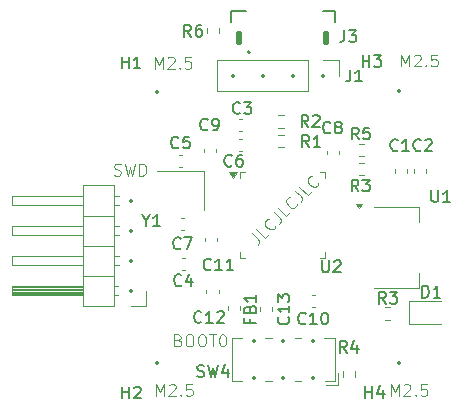
<source format=gto>
%TF.GenerationSoftware,KiCad,Pcbnew,8.0.5*%
%TF.CreationDate,2024-09-25T23:10:08-04:00*%
%TF.ProjectId,kryptkey,6b727970-746b-4657-992e-6b696361645f,v0.1*%
%TF.SameCoordinates,Original*%
%TF.FileFunction,Legend,Top*%
%TF.FilePolarity,Positive*%
%FSLAX46Y46*%
G04 Gerber Fmt 4.6, Leading zero omitted, Abs format (unit mm)*
G04 Created by KiCad (PCBNEW 8.0.5) date 2024-09-25 23:10:08*
%MOMM*%
%LPD*%
G01*
G04 APERTURE LIST*
%ADD10C,0.125000*%
%ADD11C,0.150000*%
%ADD12C,0.120000*%
%ADD13C,0.200000*%
%ADD14C,0.350000*%
%ADD15O,0.500000X1.300000*%
G04 APERTURE END LIST*
D10*
X118744711Y-57275499D02*
X118744711Y-56275499D01*
X118744711Y-56275499D02*
X119078044Y-56989784D01*
X119078044Y-56989784D02*
X119411377Y-56275499D01*
X119411377Y-56275499D02*
X119411377Y-57275499D01*
X119839949Y-56370737D02*
X119887568Y-56323118D01*
X119887568Y-56323118D02*
X119982806Y-56275499D01*
X119982806Y-56275499D02*
X120220901Y-56275499D01*
X120220901Y-56275499D02*
X120316139Y-56323118D01*
X120316139Y-56323118D02*
X120363758Y-56370737D01*
X120363758Y-56370737D02*
X120411377Y-56465975D01*
X120411377Y-56465975D02*
X120411377Y-56561213D01*
X120411377Y-56561213D02*
X120363758Y-56704070D01*
X120363758Y-56704070D02*
X119792330Y-57275499D01*
X119792330Y-57275499D02*
X120411377Y-57275499D01*
X120839949Y-57180260D02*
X120887568Y-57227880D01*
X120887568Y-57227880D02*
X120839949Y-57275499D01*
X120839949Y-57275499D02*
X120792330Y-57227880D01*
X120792330Y-57227880D02*
X120839949Y-57180260D01*
X120839949Y-57180260D02*
X120839949Y-57275499D01*
X121792329Y-56275499D02*
X121316139Y-56275499D01*
X121316139Y-56275499D02*
X121268520Y-56751689D01*
X121268520Y-56751689D02*
X121316139Y-56704070D01*
X121316139Y-56704070D02*
X121411377Y-56656451D01*
X121411377Y-56656451D02*
X121649472Y-56656451D01*
X121649472Y-56656451D02*
X121744710Y-56704070D01*
X121744710Y-56704070D02*
X121792329Y-56751689D01*
X121792329Y-56751689D02*
X121839948Y-56846927D01*
X121839948Y-56846927D02*
X121839948Y-57085022D01*
X121839948Y-57085022D02*
X121792329Y-57180260D01*
X121792329Y-57180260D02*
X121744710Y-57227880D01*
X121744710Y-57227880D02*
X121649472Y-57275499D01*
X121649472Y-57275499D02*
X121411377Y-57275499D01*
X121411377Y-57275499D02*
X121316139Y-57227880D01*
X121316139Y-57227880D02*
X121268520Y-57180260D01*
X97994711Y-85175499D02*
X97994711Y-84175499D01*
X97994711Y-84175499D02*
X98328044Y-84889784D01*
X98328044Y-84889784D02*
X98661377Y-84175499D01*
X98661377Y-84175499D02*
X98661377Y-85175499D01*
X99089949Y-84270737D02*
X99137568Y-84223118D01*
X99137568Y-84223118D02*
X99232806Y-84175499D01*
X99232806Y-84175499D02*
X99470901Y-84175499D01*
X99470901Y-84175499D02*
X99566139Y-84223118D01*
X99566139Y-84223118D02*
X99613758Y-84270737D01*
X99613758Y-84270737D02*
X99661377Y-84365975D01*
X99661377Y-84365975D02*
X99661377Y-84461213D01*
X99661377Y-84461213D02*
X99613758Y-84604070D01*
X99613758Y-84604070D02*
X99042330Y-85175499D01*
X99042330Y-85175499D02*
X99661377Y-85175499D01*
X100089949Y-85080260D02*
X100137568Y-85127880D01*
X100137568Y-85127880D02*
X100089949Y-85175499D01*
X100089949Y-85175499D02*
X100042330Y-85127880D01*
X100042330Y-85127880D02*
X100089949Y-85080260D01*
X100089949Y-85080260D02*
X100089949Y-85175499D01*
X101042329Y-84175499D02*
X100566139Y-84175499D01*
X100566139Y-84175499D02*
X100518520Y-84651689D01*
X100518520Y-84651689D02*
X100566139Y-84604070D01*
X100566139Y-84604070D02*
X100661377Y-84556451D01*
X100661377Y-84556451D02*
X100899472Y-84556451D01*
X100899472Y-84556451D02*
X100994710Y-84604070D01*
X100994710Y-84604070D02*
X101042329Y-84651689D01*
X101042329Y-84651689D02*
X101089948Y-84746927D01*
X101089948Y-84746927D02*
X101089948Y-84985022D01*
X101089948Y-84985022D02*
X101042329Y-85080260D01*
X101042329Y-85080260D02*
X100994710Y-85127880D01*
X100994710Y-85127880D02*
X100899472Y-85175499D01*
X100899472Y-85175499D02*
X100661377Y-85175499D01*
X100661377Y-85175499D02*
X100566139Y-85127880D01*
X100566139Y-85127880D02*
X100518520Y-85080260D01*
X94447092Y-66477880D02*
X94589949Y-66525499D01*
X94589949Y-66525499D02*
X94828044Y-66525499D01*
X94828044Y-66525499D02*
X94923282Y-66477880D01*
X94923282Y-66477880D02*
X94970901Y-66430260D01*
X94970901Y-66430260D02*
X95018520Y-66335022D01*
X95018520Y-66335022D02*
X95018520Y-66239784D01*
X95018520Y-66239784D02*
X94970901Y-66144546D01*
X94970901Y-66144546D02*
X94923282Y-66096927D01*
X94923282Y-66096927D02*
X94828044Y-66049308D01*
X94828044Y-66049308D02*
X94637568Y-66001689D01*
X94637568Y-66001689D02*
X94542330Y-65954070D01*
X94542330Y-65954070D02*
X94494711Y-65906451D01*
X94494711Y-65906451D02*
X94447092Y-65811213D01*
X94447092Y-65811213D02*
X94447092Y-65715975D01*
X94447092Y-65715975D02*
X94494711Y-65620737D01*
X94494711Y-65620737D02*
X94542330Y-65573118D01*
X94542330Y-65573118D02*
X94637568Y-65525499D01*
X94637568Y-65525499D02*
X94875663Y-65525499D01*
X94875663Y-65525499D02*
X95018520Y-65573118D01*
X95351854Y-65525499D02*
X95589949Y-66525499D01*
X95589949Y-66525499D02*
X95780425Y-65811213D01*
X95780425Y-65811213D02*
X95970901Y-66525499D01*
X95970901Y-66525499D02*
X96208997Y-65525499D01*
X96589949Y-66525499D02*
X96589949Y-65525499D01*
X96589949Y-65525499D02*
X96828044Y-65525499D01*
X96828044Y-65525499D02*
X96970901Y-65573118D01*
X96970901Y-65573118D02*
X97066139Y-65668356D01*
X97066139Y-65668356D02*
X97113758Y-65763594D01*
X97113758Y-65763594D02*
X97161377Y-65954070D01*
X97161377Y-65954070D02*
X97161377Y-66096927D01*
X97161377Y-66096927D02*
X97113758Y-66287403D01*
X97113758Y-66287403D02*
X97066139Y-66382641D01*
X97066139Y-66382641D02*
X96970901Y-66477880D01*
X96970901Y-66477880D02*
X96828044Y-66525499D01*
X96828044Y-66525499D02*
X96589949Y-66525499D01*
X106154679Y-71427601D02*
X106659755Y-71932677D01*
X106659755Y-71932677D02*
X106727099Y-72067365D01*
X106727099Y-72067365D02*
X106727099Y-72202052D01*
X106727099Y-72202052D02*
X106659755Y-72336739D01*
X106659755Y-72336739D02*
X106592412Y-72404082D01*
X107535221Y-71461273D02*
X107198503Y-71797990D01*
X107198503Y-71797990D02*
X106491397Y-71090884D01*
X108107641Y-70754166D02*
X108107641Y-70821509D01*
X108107641Y-70821509D02*
X108040297Y-70956196D01*
X108040297Y-70956196D02*
X107972954Y-71023540D01*
X107972954Y-71023540D02*
X107838267Y-71090883D01*
X107838267Y-71090883D02*
X107703580Y-71090883D01*
X107703580Y-71090883D02*
X107602565Y-71057212D01*
X107602565Y-71057212D02*
X107434206Y-70956196D01*
X107434206Y-70956196D02*
X107333191Y-70855181D01*
X107333191Y-70855181D02*
X107232175Y-70686822D01*
X107232175Y-70686822D02*
X107198504Y-70585807D01*
X107198504Y-70585807D02*
X107198504Y-70451120D01*
X107198504Y-70451120D02*
X107265847Y-70316433D01*
X107265847Y-70316433D02*
X107333191Y-70249090D01*
X107333191Y-70249090D02*
X107467878Y-70181746D01*
X107467878Y-70181746D02*
X107535221Y-70181746D01*
X107972954Y-69609326D02*
X108478030Y-70114403D01*
X108478030Y-70114403D02*
X108545374Y-70249090D01*
X108545374Y-70249090D02*
X108545374Y-70383777D01*
X108545374Y-70383777D02*
X108478030Y-70518464D01*
X108478030Y-70518464D02*
X108410687Y-70585807D01*
X109353496Y-69642998D02*
X109016778Y-69979715D01*
X109016778Y-69979715D02*
X108309672Y-69272609D01*
X109925916Y-68935891D02*
X109925916Y-69003235D01*
X109925916Y-69003235D02*
X109858572Y-69137922D01*
X109858572Y-69137922D02*
X109791229Y-69205265D01*
X109791229Y-69205265D02*
X109656542Y-69272609D01*
X109656542Y-69272609D02*
X109521855Y-69272609D01*
X109521855Y-69272609D02*
X109420840Y-69238937D01*
X109420840Y-69238937D02*
X109252481Y-69137922D01*
X109252481Y-69137922D02*
X109151466Y-69036906D01*
X109151466Y-69036906D02*
X109050450Y-68868548D01*
X109050450Y-68868548D02*
X109016779Y-68767532D01*
X109016779Y-68767532D02*
X109016779Y-68632845D01*
X109016779Y-68632845D02*
X109084122Y-68498158D01*
X109084122Y-68498158D02*
X109151466Y-68430815D01*
X109151466Y-68430815D02*
X109286153Y-68363471D01*
X109286153Y-68363471D02*
X109353496Y-68363471D01*
X109791229Y-67791051D02*
X110296305Y-68296128D01*
X110296305Y-68296128D02*
X110363649Y-68430815D01*
X110363649Y-68430815D02*
X110363649Y-68565502D01*
X110363649Y-68565502D02*
X110296305Y-68700189D01*
X110296305Y-68700189D02*
X110228962Y-68767532D01*
X111171771Y-67824723D02*
X110835053Y-68161441D01*
X110835053Y-68161441D02*
X110127946Y-67454334D01*
X111744191Y-67117616D02*
X111744191Y-67184960D01*
X111744191Y-67184960D02*
X111676847Y-67319647D01*
X111676847Y-67319647D02*
X111609504Y-67386990D01*
X111609504Y-67386990D02*
X111474817Y-67454334D01*
X111474817Y-67454334D02*
X111340130Y-67454334D01*
X111340130Y-67454334D02*
X111239114Y-67420662D01*
X111239114Y-67420662D02*
X111070756Y-67319647D01*
X111070756Y-67319647D02*
X110969740Y-67218631D01*
X110969740Y-67218631D02*
X110868725Y-67050273D01*
X110868725Y-67050273D02*
X110835053Y-66949257D01*
X110835053Y-66949257D02*
X110835053Y-66814570D01*
X110835053Y-66814570D02*
X110902397Y-66679883D01*
X110902397Y-66679883D02*
X110969740Y-66612540D01*
X110969740Y-66612540D02*
X111104427Y-66545196D01*
X111104427Y-66545196D02*
X111171771Y-66545196D01*
X97894711Y-57475499D02*
X97894711Y-56475499D01*
X97894711Y-56475499D02*
X98228044Y-57189784D01*
X98228044Y-57189784D02*
X98561377Y-56475499D01*
X98561377Y-56475499D02*
X98561377Y-57475499D01*
X98989949Y-56570737D02*
X99037568Y-56523118D01*
X99037568Y-56523118D02*
X99132806Y-56475499D01*
X99132806Y-56475499D02*
X99370901Y-56475499D01*
X99370901Y-56475499D02*
X99466139Y-56523118D01*
X99466139Y-56523118D02*
X99513758Y-56570737D01*
X99513758Y-56570737D02*
X99561377Y-56665975D01*
X99561377Y-56665975D02*
X99561377Y-56761213D01*
X99561377Y-56761213D02*
X99513758Y-56904070D01*
X99513758Y-56904070D02*
X98942330Y-57475499D01*
X98942330Y-57475499D02*
X99561377Y-57475499D01*
X99989949Y-57380260D02*
X100037568Y-57427880D01*
X100037568Y-57427880D02*
X99989949Y-57475499D01*
X99989949Y-57475499D02*
X99942330Y-57427880D01*
X99942330Y-57427880D02*
X99989949Y-57380260D01*
X99989949Y-57380260D02*
X99989949Y-57475499D01*
X100942329Y-56475499D02*
X100466139Y-56475499D01*
X100466139Y-56475499D02*
X100418520Y-56951689D01*
X100418520Y-56951689D02*
X100466139Y-56904070D01*
X100466139Y-56904070D02*
X100561377Y-56856451D01*
X100561377Y-56856451D02*
X100799472Y-56856451D01*
X100799472Y-56856451D02*
X100894710Y-56904070D01*
X100894710Y-56904070D02*
X100942329Y-56951689D01*
X100942329Y-56951689D02*
X100989948Y-57046927D01*
X100989948Y-57046927D02*
X100989948Y-57285022D01*
X100989948Y-57285022D02*
X100942329Y-57380260D01*
X100942329Y-57380260D02*
X100894710Y-57427880D01*
X100894710Y-57427880D02*
X100799472Y-57475499D01*
X100799472Y-57475499D02*
X100561377Y-57475499D01*
X100561377Y-57475499D02*
X100466139Y-57427880D01*
X100466139Y-57427880D02*
X100418520Y-57380260D01*
X117869711Y-85175499D02*
X117869711Y-84175499D01*
X117869711Y-84175499D02*
X118203044Y-84889784D01*
X118203044Y-84889784D02*
X118536377Y-84175499D01*
X118536377Y-84175499D02*
X118536377Y-85175499D01*
X118964949Y-84270737D02*
X119012568Y-84223118D01*
X119012568Y-84223118D02*
X119107806Y-84175499D01*
X119107806Y-84175499D02*
X119345901Y-84175499D01*
X119345901Y-84175499D02*
X119441139Y-84223118D01*
X119441139Y-84223118D02*
X119488758Y-84270737D01*
X119488758Y-84270737D02*
X119536377Y-84365975D01*
X119536377Y-84365975D02*
X119536377Y-84461213D01*
X119536377Y-84461213D02*
X119488758Y-84604070D01*
X119488758Y-84604070D02*
X118917330Y-85175499D01*
X118917330Y-85175499D02*
X119536377Y-85175499D01*
X119964949Y-85080260D02*
X120012568Y-85127880D01*
X120012568Y-85127880D02*
X119964949Y-85175499D01*
X119964949Y-85175499D02*
X119917330Y-85127880D01*
X119917330Y-85127880D02*
X119964949Y-85080260D01*
X119964949Y-85080260D02*
X119964949Y-85175499D01*
X120917329Y-84175499D02*
X120441139Y-84175499D01*
X120441139Y-84175499D02*
X120393520Y-84651689D01*
X120393520Y-84651689D02*
X120441139Y-84604070D01*
X120441139Y-84604070D02*
X120536377Y-84556451D01*
X120536377Y-84556451D02*
X120774472Y-84556451D01*
X120774472Y-84556451D02*
X120869710Y-84604070D01*
X120869710Y-84604070D02*
X120917329Y-84651689D01*
X120917329Y-84651689D02*
X120964948Y-84746927D01*
X120964948Y-84746927D02*
X120964948Y-84985022D01*
X120964948Y-84985022D02*
X120917329Y-85080260D01*
X120917329Y-85080260D02*
X120869710Y-85127880D01*
X120869710Y-85127880D02*
X120774472Y-85175499D01*
X120774472Y-85175499D02*
X120536377Y-85175499D01*
X120536377Y-85175499D02*
X120441139Y-85127880D01*
X120441139Y-85127880D02*
X120393520Y-85080260D01*
X99878044Y-80451689D02*
X100020901Y-80499308D01*
X100020901Y-80499308D02*
X100068520Y-80546927D01*
X100068520Y-80546927D02*
X100116139Y-80642165D01*
X100116139Y-80642165D02*
X100116139Y-80785022D01*
X100116139Y-80785022D02*
X100068520Y-80880260D01*
X100068520Y-80880260D02*
X100020901Y-80927880D01*
X100020901Y-80927880D02*
X99925663Y-80975499D01*
X99925663Y-80975499D02*
X99544711Y-80975499D01*
X99544711Y-80975499D02*
X99544711Y-79975499D01*
X99544711Y-79975499D02*
X99878044Y-79975499D01*
X99878044Y-79975499D02*
X99973282Y-80023118D01*
X99973282Y-80023118D02*
X100020901Y-80070737D01*
X100020901Y-80070737D02*
X100068520Y-80165975D01*
X100068520Y-80165975D02*
X100068520Y-80261213D01*
X100068520Y-80261213D02*
X100020901Y-80356451D01*
X100020901Y-80356451D02*
X99973282Y-80404070D01*
X99973282Y-80404070D02*
X99878044Y-80451689D01*
X99878044Y-80451689D02*
X99544711Y-80451689D01*
X100735187Y-79975499D02*
X100925663Y-79975499D01*
X100925663Y-79975499D02*
X101020901Y-80023118D01*
X101020901Y-80023118D02*
X101116139Y-80118356D01*
X101116139Y-80118356D02*
X101163758Y-80308832D01*
X101163758Y-80308832D02*
X101163758Y-80642165D01*
X101163758Y-80642165D02*
X101116139Y-80832641D01*
X101116139Y-80832641D02*
X101020901Y-80927880D01*
X101020901Y-80927880D02*
X100925663Y-80975499D01*
X100925663Y-80975499D02*
X100735187Y-80975499D01*
X100735187Y-80975499D02*
X100639949Y-80927880D01*
X100639949Y-80927880D02*
X100544711Y-80832641D01*
X100544711Y-80832641D02*
X100497092Y-80642165D01*
X100497092Y-80642165D02*
X100497092Y-80308832D01*
X100497092Y-80308832D02*
X100544711Y-80118356D01*
X100544711Y-80118356D02*
X100639949Y-80023118D01*
X100639949Y-80023118D02*
X100735187Y-79975499D01*
X101782806Y-79975499D02*
X101973282Y-79975499D01*
X101973282Y-79975499D02*
X102068520Y-80023118D01*
X102068520Y-80023118D02*
X102163758Y-80118356D01*
X102163758Y-80118356D02*
X102211377Y-80308832D01*
X102211377Y-80308832D02*
X102211377Y-80642165D01*
X102211377Y-80642165D02*
X102163758Y-80832641D01*
X102163758Y-80832641D02*
X102068520Y-80927880D01*
X102068520Y-80927880D02*
X101973282Y-80975499D01*
X101973282Y-80975499D02*
X101782806Y-80975499D01*
X101782806Y-80975499D02*
X101687568Y-80927880D01*
X101687568Y-80927880D02*
X101592330Y-80832641D01*
X101592330Y-80832641D02*
X101544711Y-80642165D01*
X101544711Y-80642165D02*
X101544711Y-80308832D01*
X101544711Y-80308832D02*
X101592330Y-80118356D01*
X101592330Y-80118356D02*
X101687568Y-80023118D01*
X101687568Y-80023118D02*
X101782806Y-79975499D01*
X102497092Y-79975499D02*
X103068520Y-79975499D01*
X102782806Y-80975499D02*
X102782806Y-79975499D01*
X103592330Y-79975499D02*
X103687568Y-79975499D01*
X103687568Y-79975499D02*
X103782806Y-80023118D01*
X103782806Y-80023118D02*
X103830425Y-80070737D01*
X103830425Y-80070737D02*
X103878044Y-80165975D01*
X103878044Y-80165975D02*
X103925663Y-80356451D01*
X103925663Y-80356451D02*
X103925663Y-80594546D01*
X103925663Y-80594546D02*
X103878044Y-80785022D01*
X103878044Y-80785022D02*
X103830425Y-80880260D01*
X103830425Y-80880260D02*
X103782806Y-80927880D01*
X103782806Y-80927880D02*
X103687568Y-80975499D01*
X103687568Y-80975499D02*
X103592330Y-80975499D01*
X103592330Y-80975499D02*
X103497092Y-80927880D01*
X103497092Y-80927880D02*
X103449473Y-80880260D01*
X103449473Y-80880260D02*
X103401854Y-80785022D01*
X103401854Y-80785022D02*
X103354235Y-80594546D01*
X103354235Y-80594546D02*
X103354235Y-80356451D01*
X103354235Y-80356451D02*
X103401854Y-80165975D01*
X103401854Y-80165975D02*
X103449473Y-80070737D01*
X103449473Y-80070737D02*
X103497092Y-80023118D01*
X103497092Y-80023118D02*
X103592330Y-79975499D01*
D11*
X100957713Y-54759199D02*
X100624380Y-54283008D01*
X100386285Y-54759199D02*
X100386285Y-53759199D01*
X100386285Y-53759199D02*
X100767237Y-53759199D01*
X100767237Y-53759199D02*
X100862475Y-53806818D01*
X100862475Y-53806818D02*
X100910094Y-53854437D01*
X100910094Y-53854437D02*
X100957713Y-53949675D01*
X100957713Y-53949675D02*
X100957713Y-54092532D01*
X100957713Y-54092532D02*
X100910094Y-54187770D01*
X100910094Y-54187770D02*
X100862475Y-54235389D01*
X100862475Y-54235389D02*
X100767237Y-54283008D01*
X100767237Y-54283008D02*
X100386285Y-54283008D01*
X101814856Y-53759199D02*
X101624380Y-53759199D01*
X101624380Y-53759199D02*
X101529142Y-53806818D01*
X101529142Y-53806818D02*
X101481523Y-53854437D01*
X101481523Y-53854437D02*
X101386285Y-53997294D01*
X101386285Y-53997294D02*
X101338666Y-54187770D01*
X101338666Y-54187770D02*
X101338666Y-54568722D01*
X101338666Y-54568722D02*
X101386285Y-54663960D01*
X101386285Y-54663960D02*
X101433904Y-54711580D01*
X101433904Y-54711580D02*
X101529142Y-54759199D01*
X101529142Y-54759199D02*
X101719618Y-54759199D01*
X101719618Y-54759199D02*
X101814856Y-54711580D01*
X101814856Y-54711580D02*
X101862475Y-54663960D01*
X101862475Y-54663960D02*
X101910094Y-54568722D01*
X101910094Y-54568722D02*
X101910094Y-54330627D01*
X101910094Y-54330627D02*
X101862475Y-54235389D01*
X101862475Y-54235389D02*
X101814856Y-54187770D01*
X101814856Y-54187770D02*
X101719618Y-54140151D01*
X101719618Y-54140151D02*
X101529142Y-54140151D01*
X101529142Y-54140151D02*
X101433904Y-54187770D01*
X101433904Y-54187770D02*
X101386285Y-54235389D01*
X101386285Y-54235389D02*
X101338666Y-54330627D01*
X110882713Y-62409199D02*
X110549380Y-61933008D01*
X110311285Y-62409199D02*
X110311285Y-61409199D01*
X110311285Y-61409199D02*
X110692237Y-61409199D01*
X110692237Y-61409199D02*
X110787475Y-61456818D01*
X110787475Y-61456818D02*
X110835094Y-61504437D01*
X110835094Y-61504437D02*
X110882713Y-61599675D01*
X110882713Y-61599675D02*
X110882713Y-61742532D01*
X110882713Y-61742532D02*
X110835094Y-61837770D01*
X110835094Y-61837770D02*
X110787475Y-61885389D01*
X110787475Y-61885389D02*
X110692237Y-61933008D01*
X110692237Y-61933008D02*
X110311285Y-61933008D01*
X111263666Y-61504437D02*
X111311285Y-61456818D01*
X111311285Y-61456818D02*
X111406523Y-61409199D01*
X111406523Y-61409199D02*
X111644618Y-61409199D01*
X111644618Y-61409199D02*
X111739856Y-61456818D01*
X111739856Y-61456818D02*
X111787475Y-61504437D01*
X111787475Y-61504437D02*
X111835094Y-61599675D01*
X111835094Y-61599675D02*
X111835094Y-61694913D01*
X111835094Y-61694913D02*
X111787475Y-61837770D01*
X111787475Y-61837770D02*
X111216047Y-62409199D01*
X111216047Y-62409199D02*
X111835094Y-62409199D01*
X110656522Y-79026460D02*
X110608903Y-79074080D01*
X110608903Y-79074080D02*
X110466046Y-79121699D01*
X110466046Y-79121699D02*
X110370808Y-79121699D01*
X110370808Y-79121699D02*
X110227951Y-79074080D01*
X110227951Y-79074080D02*
X110132713Y-78978841D01*
X110132713Y-78978841D02*
X110085094Y-78883603D01*
X110085094Y-78883603D02*
X110037475Y-78693127D01*
X110037475Y-78693127D02*
X110037475Y-78550270D01*
X110037475Y-78550270D02*
X110085094Y-78359794D01*
X110085094Y-78359794D02*
X110132713Y-78264556D01*
X110132713Y-78264556D02*
X110227951Y-78169318D01*
X110227951Y-78169318D02*
X110370808Y-78121699D01*
X110370808Y-78121699D02*
X110466046Y-78121699D01*
X110466046Y-78121699D02*
X110608903Y-78169318D01*
X110608903Y-78169318D02*
X110656522Y-78216937D01*
X111608903Y-79121699D02*
X111037475Y-79121699D01*
X111323189Y-79121699D02*
X111323189Y-78121699D01*
X111323189Y-78121699D02*
X111227951Y-78264556D01*
X111227951Y-78264556D02*
X111132713Y-78359794D01*
X111132713Y-78359794D02*
X111037475Y-78407413D01*
X112227951Y-78121699D02*
X112323189Y-78121699D01*
X112323189Y-78121699D02*
X112418427Y-78169318D01*
X112418427Y-78169318D02*
X112466046Y-78216937D01*
X112466046Y-78216937D02*
X112513665Y-78312175D01*
X112513665Y-78312175D02*
X112561284Y-78502651D01*
X112561284Y-78502651D02*
X112561284Y-78740746D01*
X112561284Y-78740746D02*
X112513665Y-78931222D01*
X112513665Y-78931222D02*
X112466046Y-79026460D01*
X112466046Y-79026460D02*
X112418427Y-79074080D01*
X112418427Y-79074080D02*
X112323189Y-79121699D01*
X112323189Y-79121699D02*
X112227951Y-79121699D01*
X112227951Y-79121699D02*
X112132713Y-79074080D01*
X112132713Y-79074080D02*
X112085094Y-79026460D01*
X112085094Y-79026460D02*
X112037475Y-78931222D01*
X112037475Y-78931222D02*
X111989856Y-78740746D01*
X111989856Y-78740746D02*
X111989856Y-78502651D01*
X111989856Y-78502651D02*
X112037475Y-78312175D01*
X112037475Y-78312175D02*
X112085094Y-78216937D01*
X112085094Y-78216937D02*
X112132713Y-78169318D01*
X112132713Y-78169318D02*
X112227951Y-78121699D01*
X100070213Y-72663960D02*
X100022594Y-72711580D01*
X100022594Y-72711580D02*
X99879737Y-72759199D01*
X99879737Y-72759199D02*
X99784499Y-72759199D01*
X99784499Y-72759199D02*
X99641642Y-72711580D01*
X99641642Y-72711580D02*
X99546404Y-72616341D01*
X99546404Y-72616341D02*
X99498785Y-72521103D01*
X99498785Y-72521103D02*
X99451166Y-72330627D01*
X99451166Y-72330627D02*
X99451166Y-72187770D01*
X99451166Y-72187770D02*
X99498785Y-71997294D01*
X99498785Y-71997294D02*
X99546404Y-71902056D01*
X99546404Y-71902056D02*
X99641642Y-71806818D01*
X99641642Y-71806818D02*
X99784499Y-71759199D01*
X99784499Y-71759199D02*
X99879737Y-71759199D01*
X99879737Y-71759199D02*
X100022594Y-71806818D01*
X100022594Y-71806818D02*
X100070213Y-71854437D01*
X100403547Y-71759199D02*
X101070213Y-71759199D01*
X101070213Y-71759199D02*
X100641642Y-72759199D01*
X101491047Y-83511580D02*
X101633904Y-83559199D01*
X101633904Y-83559199D02*
X101871999Y-83559199D01*
X101871999Y-83559199D02*
X101967237Y-83511580D01*
X101967237Y-83511580D02*
X102014856Y-83463960D01*
X102014856Y-83463960D02*
X102062475Y-83368722D01*
X102062475Y-83368722D02*
X102062475Y-83273484D01*
X102062475Y-83273484D02*
X102014856Y-83178246D01*
X102014856Y-83178246D02*
X101967237Y-83130627D01*
X101967237Y-83130627D02*
X101871999Y-83083008D01*
X101871999Y-83083008D02*
X101681523Y-83035389D01*
X101681523Y-83035389D02*
X101586285Y-82987770D01*
X101586285Y-82987770D02*
X101538666Y-82940151D01*
X101538666Y-82940151D02*
X101491047Y-82844913D01*
X101491047Y-82844913D02*
X101491047Y-82749675D01*
X101491047Y-82749675D02*
X101538666Y-82654437D01*
X101538666Y-82654437D02*
X101586285Y-82606818D01*
X101586285Y-82606818D02*
X101681523Y-82559199D01*
X101681523Y-82559199D02*
X101919618Y-82559199D01*
X101919618Y-82559199D02*
X102062475Y-82606818D01*
X102395809Y-82559199D02*
X102633904Y-83559199D01*
X102633904Y-83559199D02*
X102824380Y-82844913D01*
X102824380Y-82844913D02*
X103014856Y-83559199D01*
X103014856Y-83559199D02*
X103252952Y-82559199D01*
X104062475Y-82892532D02*
X104062475Y-83559199D01*
X103824380Y-82511580D02*
X103586285Y-83225865D01*
X103586285Y-83225865D02*
X104205332Y-83225865D01*
X95147475Y-85389199D02*
X95147475Y-84389199D01*
X95147475Y-84865389D02*
X95718903Y-84865389D01*
X95718903Y-85389199D02*
X95718903Y-84389199D01*
X96147475Y-84484437D02*
X96195094Y-84436818D01*
X96195094Y-84436818D02*
X96290332Y-84389199D01*
X96290332Y-84389199D02*
X96528427Y-84389199D01*
X96528427Y-84389199D02*
X96623665Y-84436818D01*
X96623665Y-84436818D02*
X96671284Y-84484437D01*
X96671284Y-84484437D02*
X96718903Y-84579675D01*
X96718903Y-84579675D02*
X96718903Y-84674913D01*
X96718903Y-84674913D02*
X96671284Y-84817770D01*
X96671284Y-84817770D02*
X96099856Y-85389199D01*
X96099856Y-85389199D02*
X96718903Y-85389199D01*
X110957713Y-64109199D02*
X110624380Y-63633008D01*
X110386285Y-64109199D02*
X110386285Y-63109199D01*
X110386285Y-63109199D02*
X110767237Y-63109199D01*
X110767237Y-63109199D02*
X110862475Y-63156818D01*
X110862475Y-63156818D02*
X110910094Y-63204437D01*
X110910094Y-63204437D02*
X110957713Y-63299675D01*
X110957713Y-63299675D02*
X110957713Y-63442532D01*
X110957713Y-63442532D02*
X110910094Y-63537770D01*
X110910094Y-63537770D02*
X110862475Y-63585389D01*
X110862475Y-63585389D02*
X110767237Y-63633008D01*
X110767237Y-63633008D02*
X110386285Y-63633008D01*
X111910094Y-64109199D02*
X111338666Y-64109199D01*
X111624380Y-64109199D02*
X111624380Y-63109199D01*
X111624380Y-63109199D02*
X111529142Y-63252056D01*
X111529142Y-63252056D02*
X111433904Y-63347294D01*
X111433904Y-63347294D02*
X111338666Y-63394913D01*
X121312475Y-67759199D02*
X121312475Y-68568722D01*
X121312475Y-68568722D02*
X121360094Y-68663960D01*
X121360094Y-68663960D02*
X121407713Y-68711580D01*
X121407713Y-68711580D02*
X121502951Y-68759199D01*
X121502951Y-68759199D02*
X121693427Y-68759199D01*
X121693427Y-68759199D02*
X121788665Y-68711580D01*
X121788665Y-68711580D02*
X121836284Y-68663960D01*
X121836284Y-68663960D02*
X121883903Y-68568722D01*
X121883903Y-68568722D02*
X121883903Y-67759199D01*
X122883903Y-68759199D02*
X122312475Y-68759199D01*
X122598189Y-68759199D02*
X122598189Y-67759199D01*
X122598189Y-67759199D02*
X122502951Y-67902056D01*
X122502951Y-67902056D02*
X122407713Y-67997294D01*
X122407713Y-67997294D02*
X122312475Y-68044913D01*
X95097475Y-57459199D02*
X95097475Y-56459199D01*
X95097475Y-56935389D02*
X95668903Y-56935389D01*
X95668903Y-57459199D02*
X95668903Y-56459199D01*
X96668903Y-57459199D02*
X96097475Y-57459199D01*
X96383189Y-57459199D02*
X96383189Y-56459199D01*
X96383189Y-56459199D02*
X96287951Y-56602056D01*
X96287951Y-56602056D02*
X96192713Y-56697294D01*
X96192713Y-56697294D02*
X96097475Y-56744913D01*
X115477475Y-57309199D02*
X115477475Y-56309199D01*
X115477475Y-56785389D02*
X116048903Y-56785389D01*
X116048903Y-57309199D02*
X116048903Y-56309199D01*
X116429856Y-56309199D02*
X117048903Y-56309199D01*
X117048903Y-56309199D02*
X116715570Y-56690151D01*
X116715570Y-56690151D02*
X116858427Y-56690151D01*
X116858427Y-56690151D02*
X116953665Y-56737770D01*
X116953665Y-56737770D02*
X117001284Y-56785389D01*
X117001284Y-56785389D02*
X117048903Y-56880627D01*
X117048903Y-56880627D02*
X117048903Y-57118722D01*
X117048903Y-57118722D02*
X117001284Y-57213960D01*
X117001284Y-57213960D02*
X116953665Y-57261580D01*
X116953665Y-57261580D02*
X116858427Y-57309199D01*
X116858427Y-57309199D02*
X116572713Y-57309199D01*
X116572713Y-57309199D02*
X116477475Y-57261580D01*
X116477475Y-57261580D02*
X116429856Y-57213960D01*
X115157713Y-63459199D02*
X114824380Y-62983008D01*
X114586285Y-63459199D02*
X114586285Y-62459199D01*
X114586285Y-62459199D02*
X114967237Y-62459199D01*
X114967237Y-62459199D02*
X115062475Y-62506818D01*
X115062475Y-62506818D02*
X115110094Y-62554437D01*
X115110094Y-62554437D02*
X115157713Y-62649675D01*
X115157713Y-62649675D02*
X115157713Y-62792532D01*
X115157713Y-62792532D02*
X115110094Y-62887770D01*
X115110094Y-62887770D02*
X115062475Y-62935389D01*
X115062475Y-62935389D02*
X114967237Y-62983008D01*
X114967237Y-62983008D02*
X114586285Y-62983008D01*
X116062475Y-62459199D02*
X115586285Y-62459199D01*
X115586285Y-62459199D02*
X115538666Y-62935389D01*
X115538666Y-62935389D02*
X115586285Y-62887770D01*
X115586285Y-62887770D02*
X115681523Y-62840151D01*
X115681523Y-62840151D02*
X115919618Y-62840151D01*
X115919618Y-62840151D02*
X116014856Y-62887770D01*
X116014856Y-62887770D02*
X116062475Y-62935389D01*
X116062475Y-62935389D02*
X116110094Y-63030627D01*
X116110094Y-63030627D02*
X116110094Y-63268722D01*
X116110094Y-63268722D02*
X116062475Y-63363960D01*
X116062475Y-63363960D02*
X116014856Y-63411580D01*
X116014856Y-63411580D02*
X115919618Y-63459199D01*
X115919618Y-63459199D02*
X115681523Y-63459199D01*
X115681523Y-63459199D02*
X115586285Y-63411580D01*
X115586285Y-63411580D02*
X115538666Y-63363960D01*
X105107713Y-61213960D02*
X105060094Y-61261580D01*
X105060094Y-61261580D02*
X104917237Y-61309199D01*
X104917237Y-61309199D02*
X104821999Y-61309199D01*
X104821999Y-61309199D02*
X104679142Y-61261580D01*
X104679142Y-61261580D02*
X104583904Y-61166341D01*
X104583904Y-61166341D02*
X104536285Y-61071103D01*
X104536285Y-61071103D02*
X104488666Y-60880627D01*
X104488666Y-60880627D02*
X104488666Y-60737770D01*
X104488666Y-60737770D02*
X104536285Y-60547294D01*
X104536285Y-60547294D02*
X104583904Y-60452056D01*
X104583904Y-60452056D02*
X104679142Y-60356818D01*
X104679142Y-60356818D02*
X104821999Y-60309199D01*
X104821999Y-60309199D02*
X104917237Y-60309199D01*
X104917237Y-60309199D02*
X105060094Y-60356818D01*
X105060094Y-60356818D02*
X105107713Y-60404437D01*
X105441047Y-60309199D02*
X106060094Y-60309199D01*
X106060094Y-60309199D02*
X105726761Y-60690151D01*
X105726761Y-60690151D02*
X105869618Y-60690151D01*
X105869618Y-60690151D02*
X105964856Y-60737770D01*
X105964856Y-60737770D02*
X106012475Y-60785389D01*
X106012475Y-60785389D02*
X106060094Y-60880627D01*
X106060094Y-60880627D02*
X106060094Y-61118722D01*
X106060094Y-61118722D02*
X106012475Y-61213960D01*
X106012475Y-61213960D02*
X105964856Y-61261580D01*
X105964856Y-61261580D02*
X105869618Y-61309199D01*
X105869618Y-61309199D02*
X105583904Y-61309199D01*
X105583904Y-61309199D02*
X105488666Y-61261580D01*
X105488666Y-61261580D02*
X105441047Y-61213960D01*
X112062475Y-73709199D02*
X112062475Y-74518722D01*
X112062475Y-74518722D02*
X112110094Y-74613960D01*
X112110094Y-74613960D02*
X112157713Y-74661580D01*
X112157713Y-74661580D02*
X112252951Y-74709199D01*
X112252951Y-74709199D02*
X112443427Y-74709199D01*
X112443427Y-74709199D02*
X112538665Y-74661580D01*
X112538665Y-74661580D02*
X112586284Y-74613960D01*
X112586284Y-74613960D02*
X112633903Y-74518722D01*
X112633903Y-74518722D02*
X112633903Y-73709199D01*
X113062475Y-73804437D02*
X113110094Y-73756818D01*
X113110094Y-73756818D02*
X113205332Y-73709199D01*
X113205332Y-73709199D02*
X113443427Y-73709199D01*
X113443427Y-73709199D02*
X113538665Y-73756818D01*
X113538665Y-73756818D02*
X113586284Y-73804437D01*
X113586284Y-73804437D02*
X113633903Y-73899675D01*
X113633903Y-73899675D02*
X113633903Y-73994913D01*
X113633903Y-73994913D02*
X113586284Y-74137770D01*
X113586284Y-74137770D02*
X113014856Y-74709199D01*
X113014856Y-74709199D02*
X113633903Y-74709199D01*
X112757713Y-62863960D02*
X112710094Y-62911580D01*
X112710094Y-62911580D02*
X112567237Y-62959199D01*
X112567237Y-62959199D02*
X112471999Y-62959199D01*
X112471999Y-62959199D02*
X112329142Y-62911580D01*
X112329142Y-62911580D02*
X112233904Y-62816341D01*
X112233904Y-62816341D02*
X112186285Y-62721103D01*
X112186285Y-62721103D02*
X112138666Y-62530627D01*
X112138666Y-62530627D02*
X112138666Y-62387770D01*
X112138666Y-62387770D02*
X112186285Y-62197294D01*
X112186285Y-62197294D02*
X112233904Y-62102056D01*
X112233904Y-62102056D02*
X112329142Y-62006818D01*
X112329142Y-62006818D02*
X112471999Y-61959199D01*
X112471999Y-61959199D02*
X112567237Y-61959199D01*
X112567237Y-61959199D02*
X112710094Y-62006818D01*
X112710094Y-62006818D02*
X112757713Y-62054437D01*
X113329142Y-62387770D02*
X113233904Y-62340151D01*
X113233904Y-62340151D02*
X113186285Y-62292532D01*
X113186285Y-62292532D02*
X113138666Y-62197294D01*
X113138666Y-62197294D02*
X113138666Y-62149675D01*
X113138666Y-62149675D02*
X113186285Y-62054437D01*
X113186285Y-62054437D02*
X113233904Y-62006818D01*
X113233904Y-62006818D02*
X113329142Y-61959199D01*
X113329142Y-61959199D02*
X113519618Y-61959199D01*
X113519618Y-61959199D02*
X113614856Y-62006818D01*
X113614856Y-62006818D02*
X113662475Y-62054437D01*
X113662475Y-62054437D02*
X113710094Y-62149675D01*
X113710094Y-62149675D02*
X113710094Y-62197294D01*
X113710094Y-62197294D02*
X113662475Y-62292532D01*
X113662475Y-62292532D02*
X113614856Y-62340151D01*
X113614856Y-62340151D02*
X113519618Y-62387770D01*
X113519618Y-62387770D02*
X113329142Y-62387770D01*
X113329142Y-62387770D02*
X113233904Y-62435389D01*
X113233904Y-62435389D02*
X113186285Y-62483008D01*
X113186285Y-62483008D02*
X113138666Y-62578246D01*
X113138666Y-62578246D02*
X113138666Y-62768722D01*
X113138666Y-62768722D02*
X113186285Y-62863960D01*
X113186285Y-62863960D02*
X113233904Y-62911580D01*
X113233904Y-62911580D02*
X113329142Y-62959199D01*
X113329142Y-62959199D02*
X113519618Y-62959199D01*
X113519618Y-62959199D02*
X113614856Y-62911580D01*
X113614856Y-62911580D02*
X113662475Y-62863960D01*
X113662475Y-62863960D02*
X113710094Y-62768722D01*
X113710094Y-62768722D02*
X113710094Y-62578246D01*
X113710094Y-62578246D02*
X113662475Y-62483008D01*
X113662475Y-62483008D02*
X113614856Y-62435389D01*
X113614856Y-62435389D02*
X113519618Y-62387770D01*
X97148189Y-70333008D02*
X97148189Y-70809199D01*
X96814856Y-69809199D02*
X97148189Y-70333008D01*
X97148189Y-70333008D02*
X97481522Y-69809199D01*
X98338665Y-70809199D02*
X97767237Y-70809199D01*
X98052951Y-70809199D02*
X98052951Y-69809199D01*
X98052951Y-69809199D02*
X97957713Y-69952056D01*
X97957713Y-69952056D02*
X97862475Y-70047294D01*
X97862475Y-70047294D02*
X97767237Y-70094913D01*
X105955389Y-78687713D02*
X105955389Y-79021046D01*
X106479199Y-79021046D02*
X105479199Y-79021046D01*
X105479199Y-79021046D02*
X105479199Y-78544856D01*
X105955389Y-77830570D02*
X106003008Y-77687713D01*
X106003008Y-77687713D02*
X106050627Y-77640094D01*
X106050627Y-77640094D02*
X106145865Y-77592475D01*
X106145865Y-77592475D02*
X106288722Y-77592475D01*
X106288722Y-77592475D02*
X106383960Y-77640094D01*
X106383960Y-77640094D02*
X106431580Y-77687713D01*
X106431580Y-77687713D02*
X106479199Y-77782951D01*
X106479199Y-77782951D02*
X106479199Y-78163903D01*
X106479199Y-78163903D02*
X105479199Y-78163903D01*
X105479199Y-78163903D02*
X105479199Y-77830570D01*
X105479199Y-77830570D02*
X105526818Y-77735332D01*
X105526818Y-77735332D02*
X105574437Y-77687713D01*
X105574437Y-77687713D02*
X105669675Y-77640094D01*
X105669675Y-77640094D02*
X105764913Y-77640094D01*
X105764913Y-77640094D02*
X105860151Y-77687713D01*
X105860151Y-77687713D02*
X105907770Y-77735332D01*
X105907770Y-77735332D02*
X105955389Y-77830570D01*
X105955389Y-77830570D02*
X105955389Y-78163903D01*
X106479199Y-76640094D02*
X106479199Y-77211522D01*
X106479199Y-76925808D02*
X105479199Y-76925808D01*
X105479199Y-76925808D02*
X105622056Y-77021046D01*
X105622056Y-77021046D02*
X105717294Y-77116284D01*
X105717294Y-77116284D02*
X105764913Y-77211522D01*
X120407713Y-64363960D02*
X120360094Y-64411580D01*
X120360094Y-64411580D02*
X120217237Y-64459199D01*
X120217237Y-64459199D02*
X120121999Y-64459199D01*
X120121999Y-64459199D02*
X119979142Y-64411580D01*
X119979142Y-64411580D02*
X119883904Y-64316341D01*
X119883904Y-64316341D02*
X119836285Y-64221103D01*
X119836285Y-64221103D02*
X119788666Y-64030627D01*
X119788666Y-64030627D02*
X119788666Y-63887770D01*
X119788666Y-63887770D02*
X119836285Y-63697294D01*
X119836285Y-63697294D02*
X119883904Y-63602056D01*
X119883904Y-63602056D02*
X119979142Y-63506818D01*
X119979142Y-63506818D02*
X120121999Y-63459199D01*
X120121999Y-63459199D02*
X120217237Y-63459199D01*
X120217237Y-63459199D02*
X120360094Y-63506818D01*
X120360094Y-63506818D02*
X120407713Y-63554437D01*
X120788666Y-63554437D02*
X120836285Y-63506818D01*
X120836285Y-63506818D02*
X120931523Y-63459199D01*
X120931523Y-63459199D02*
X121169618Y-63459199D01*
X121169618Y-63459199D02*
X121264856Y-63506818D01*
X121264856Y-63506818D02*
X121312475Y-63554437D01*
X121312475Y-63554437D02*
X121360094Y-63649675D01*
X121360094Y-63649675D02*
X121360094Y-63744913D01*
X121360094Y-63744913D02*
X121312475Y-63887770D01*
X121312475Y-63887770D02*
X120741047Y-64459199D01*
X120741047Y-64459199D02*
X121360094Y-64459199D01*
X101831522Y-78913960D02*
X101783903Y-78961580D01*
X101783903Y-78961580D02*
X101641046Y-79009199D01*
X101641046Y-79009199D02*
X101545808Y-79009199D01*
X101545808Y-79009199D02*
X101402951Y-78961580D01*
X101402951Y-78961580D02*
X101307713Y-78866341D01*
X101307713Y-78866341D02*
X101260094Y-78771103D01*
X101260094Y-78771103D02*
X101212475Y-78580627D01*
X101212475Y-78580627D02*
X101212475Y-78437770D01*
X101212475Y-78437770D02*
X101260094Y-78247294D01*
X101260094Y-78247294D02*
X101307713Y-78152056D01*
X101307713Y-78152056D02*
X101402951Y-78056818D01*
X101402951Y-78056818D02*
X101545808Y-78009199D01*
X101545808Y-78009199D02*
X101641046Y-78009199D01*
X101641046Y-78009199D02*
X101783903Y-78056818D01*
X101783903Y-78056818D02*
X101831522Y-78104437D01*
X102783903Y-79009199D02*
X102212475Y-79009199D01*
X102498189Y-79009199D02*
X102498189Y-78009199D01*
X102498189Y-78009199D02*
X102402951Y-78152056D01*
X102402951Y-78152056D02*
X102307713Y-78247294D01*
X102307713Y-78247294D02*
X102212475Y-78294913D01*
X103164856Y-78104437D02*
X103212475Y-78056818D01*
X103212475Y-78056818D02*
X103307713Y-78009199D01*
X103307713Y-78009199D02*
X103545808Y-78009199D01*
X103545808Y-78009199D02*
X103641046Y-78056818D01*
X103641046Y-78056818D02*
X103688665Y-78104437D01*
X103688665Y-78104437D02*
X103736284Y-78199675D01*
X103736284Y-78199675D02*
X103736284Y-78294913D01*
X103736284Y-78294913D02*
X103688665Y-78437770D01*
X103688665Y-78437770D02*
X103117237Y-79009199D01*
X103117237Y-79009199D02*
X103736284Y-79009199D01*
X114157713Y-81509199D02*
X113824380Y-81033008D01*
X113586285Y-81509199D02*
X113586285Y-80509199D01*
X113586285Y-80509199D02*
X113967237Y-80509199D01*
X113967237Y-80509199D02*
X114062475Y-80556818D01*
X114062475Y-80556818D02*
X114110094Y-80604437D01*
X114110094Y-80604437D02*
X114157713Y-80699675D01*
X114157713Y-80699675D02*
X114157713Y-80842532D01*
X114157713Y-80842532D02*
X114110094Y-80937770D01*
X114110094Y-80937770D02*
X114062475Y-80985389D01*
X114062475Y-80985389D02*
X113967237Y-81033008D01*
X113967237Y-81033008D02*
X113586285Y-81033008D01*
X115014856Y-80842532D02*
X115014856Y-81509199D01*
X114776761Y-80461580D02*
X114538666Y-81175865D01*
X114538666Y-81175865D02*
X115157713Y-81175865D01*
X115727475Y-85339199D02*
X115727475Y-84339199D01*
X115727475Y-84815389D02*
X116298903Y-84815389D01*
X116298903Y-85339199D02*
X116298903Y-84339199D01*
X117203665Y-84672532D02*
X117203665Y-85339199D01*
X116965570Y-84291580D02*
X116727475Y-85005865D01*
X116727475Y-85005865D02*
X117346522Y-85005865D01*
X114441046Y-57559199D02*
X114441046Y-58273484D01*
X114441046Y-58273484D02*
X114393427Y-58416341D01*
X114393427Y-58416341D02*
X114298189Y-58511580D01*
X114298189Y-58511580D02*
X114155332Y-58559199D01*
X114155332Y-58559199D02*
X114060094Y-58559199D01*
X115441046Y-58559199D02*
X114869618Y-58559199D01*
X115155332Y-58559199D02*
X115155332Y-57559199D01*
X115155332Y-57559199D02*
X115060094Y-57702056D01*
X115060094Y-57702056D02*
X114964856Y-57797294D01*
X114964856Y-57797294D02*
X114869618Y-57844913D01*
X102357713Y-62613960D02*
X102310094Y-62661580D01*
X102310094Y-62661580D02*
X102167237Y-62709199D01*
X102167237Y-62709199D02*
X102071999Y-62709199D01*
X102071999Y-62709199D02*
X101929142Y-62661580D01*
X101929142Y-62661580D02*
X101833904Y-62566341D01*
X101833904Y-62566341D02*
X101786285Y-62471103D01*
X101786285Y-62471103D02*
X101738666Y-62280627D01*
X101738666Y-62280627D02*
X101738666Y-62137770D01*
X101738666Y-62137770D02*
X101786285Y-61947294D01*
X101786285Y-61947294D02*
X101833904Y-61852056D01*
X101833904Y-61852056D02*
X101929142Y-61756818D01*
X101929142Y-61756818D02*
X102071999Y-61709199D01*
X102071999Y-61709199D02*
X102167237Y-61709199D01*
X102167237Y-61709199D02*
X102310094Y-61756818D01*
X102310094Y-61756818D02*
X102357713Y-61804437D01*
X102833904Y-62709199D02*
X103024380Y-62709199D01*
X103024380Y-62709199D02*
X103119618Y-62661580D01*
X103119618Y-62661580D02*
X103167237Y-62613960D01*
X103167237Y-62613960D02*
X103262475Y-62471103D01*
X103262475Y-62471103D02*
X103310094Y-62280627D01*
X103310094Y-62280627D02*
X103310094Y-61899675D01*
X103310094Y-61899675D02*
X103262475Y-61804437D01*
X103262475Y-61804437D02*
X103214856Y-61756818D01*
X103214856Y-61756818D02*
X103119618Y-61709199D01*
X103119618Y-61709199D02*
X102929142Y-61709199D01*
X102929142Y-61709199D02*
X102833904Y-61756818D01*
X102833904Y-61756818D02*
X102786285Y-61804437D01*
X102786285Y-61804437D02*
X102738666Y-61899675D01*
X102738666Y-61899675D02*
X102738666Y-62137770D01*
X102738666Y-62137770D02*
X102786285Y-62233008D01*
X102786285Y-62233008D02*
X102833904Y-62280627D01*
X102833904Y-62280627D02*
X102929142Y-62328246D01*
X102929142Y-62328246D02*
X103119618Y-62328246D01*
X103119618Y-62328246D02*
X103214856Y-62280627D01*
X103214856Y-62280627D02*
X103262475Y-62233008D01*
X103262475Y-62233008D02*
X103310094Y-62137770D01*
X109183960Y-78497237D02*
X109231580Y-78544856D01*
X109231580Y-78544856D02*
X109279199Y-78687713D01*
X109279199Y-78687713D02*
X109279199Y-78782951D01*
X109279199Y-78782951D02*
X109231580Y-78925808D01*
X109231580Y-78925808D02*
X109136341Y-79021046D01*
X109136341Y-79021046D02*
X109041103Y-79068665D01*
X109041103Y-79068665D02*
X108850627Y-79116284D01*
X108850627Y-79116284D02*
X108707770Y-79116284D01*
X108707770Y-79116284D02*
X108517294Y-79068665D01*
X108517294Y-79068665D02*
X108422056Y-79021046D01*
X108422056Y-79021046D02*
X108326818Y-78925808D01*
X108326818Y-78925808D02*
X108279199Y-78782951D01*
X108279199Y-78782951D02*
X108279199Y-78687713D01*
X108279199Y-78687713D02*
X108326818Y-78544856D01*
X108326818Y-78544856D02*
X108374437Y-78497237D01*
X109279199Y-77544856D02*
X109279199Y-78116284D01*
X109279199Y-77830570D02*
X108279199Y-77830570D01*
X108279199Y-77830570D02*
X108422056Y-77925808D01*
X108422056Y-77925808D02*
X108517294Y-78021046D01*
X108517294Y-78021046D02*
X108564913Y-78116284D01*
X108279199Y-77211522D02*
X108279199Y-76592475D01*
X108279199Y-76592475D02*
X108660151Y-76925808D01*
X108660151Y-76925808D02*
X108660151Y-76782951D01*
X108660151Y-76782951D02*
X108707770Y-76687713D01*
X108707770Y-76687713D02*
X108755389Y-76640094D01*
X108755389Y-76640094D02*
X108850627Y-76592475D01*
X108850627Y-76592475D02*
X109088722Y-76592475D01*
X109088722Y-76592475D02*
X109183960Y-76640094D01*
X109183960Y-76640094D02*
X109231580Y-76687713D01*
X109231580Y-76687713D02*
X109279199Y-76782951D01*
X109279199Y-76782951D02*
X109279199Y-77068665D01*
X109279199Y-77068665D02*
X109231580Y-77163903D01*
X109231580Y-77163903D02*
X109183960Y-77211522D01*
X117457713Y-77359199D02*
X117124380Y-76883008D01*
X116886285Y-77359199D02*
X116886285Y-76359199D01*
X116886285Y-76359199D02*
X117267237Y-76359199D01*
X117267237Y-76359199D02*
X117362475Y-76406818D01*
X117362475Y-76406818D02*
X117410094Y-76454437D01*
X117410094Y-76454437D02*
X117457713Y-76549675D01*
X117457713Y-76549675D02*
X117457713Y-76692532D01*
X117457713Y-76692532D02*
X117410094Y-76787770D01*
X117410094Y-76787770D02*
X117362475Y-76835389D01*
X117362475Y-76835389D02*
X117267237Y-76883008D01*
X117267237Y-76883008D02*
X116886285Y-76883008D01*
X117791047Y-76359199D02*
X118410094Y-76359199D01*
X118410094Y-76359199D02*
X118076761Y-76740151D01*
X118076761Y-76740151D02*
X118219618Y-76740151D01*
X118219618Y-76740151D02*
X118314856Y-76787770D01*
X118314856Y-76787770D02*
X118362475Y-76835389D01*
X118362475Y-76835389D02*
X118410094Y-76930627D01*
X118410094Y-76930627D02*
X118410094Y-77168722D01*
X118410094Y-77168722D02*
X118362475Y-77263960D01*
X118362475Y-77263960D02*
X118314856Y-77311580D01*
X118314856Y-77311580D02*
X118219618Y-77359199D01*
X118219618Y-77359199D02*
X117933904Y-77359199D01*
X117933904Y-77359199D02*
X117838666Y-77311580D01*
X117838666Y-77311580D02*
X117791047Y-77263960D01*
X113941046Y-54209199D02*
X113941046Y-54923484D01*
X113941046Y-54923484D02*
X113893427Y-55066341D01*
X113893427Y-55066341D02*
X113798189Y-55161580D01*
X113798189Y-55161580D02*
X113655332Y-55209199D01*
X113655332Y-55209199D02*
X113560094Y-55209199D01*
X114321999Y-54209199D02*
X114941046Y-54209199D01*
X114941046Y-54209199D02*
X114607713Y-54590151D01*
X114607713Y-54590151D02*
X114750570Y-54590151D01*
X114750570Y-54590151D02*
X114845808Y-54637770D01*
X114845808Y-54637770D02*
X114893427Y-54685389D01*
X114893427Y-54685389D02*
X114941046Y-54780627D01*
X114941046Y-54780627D02*
X114941046Y-55018722D01*
X114941046Y-55018722D02*
X114893427Y-55113960D01*
X114893427Y-55113960D02*
X114845808Y-55161580D01*
X114845808Y-55161580D02*
X114750570Y-55209199D01*
X114750570Y-55209199D02*
X114464856Y-55209199D01*
X114464856Y-55209199D02*
X114369618Y-55161580D01*
X114369618Y-55161580D02*
X114321999Y-55113960D01*
X100132713Y-75793960D02*
X100085094Y-75841580D01*
X100085094Y-75841580D02*
X99942237Y-75889199D01*
X99942237Y-75889199D02*
X99846999Y-75889199D01*
X99846999Y-75889199D02*
X99704142Y-75841580D01*
X99704142Y-75841580D02*
X99608904Y-75746341D01*
X99608904Y-75746341D02*
X99561285Y-75651103D01*
X99561285Y-75651103D02*
X99513666Y-75460627D01*
X99513666Y-75460627D02*
X99513666Y-75317770D01*
X99513666Y-75317770D02*
X99561285Y-75127294D01*
X99561285Y-75127294D02*
X99608904Y-75032056D01*
X99608904Y-75032056D02*
X99704142Y-74936818D01*
X99704142Y-74936818D02*
X99846999Y-74889199D01*
X99846999Y-74889199D02*
X99942237Y-74889199D01*
X99942237Y-74889199D02*
X100085094Y-74936818D01*
X100085094Y-74936818D02*
X100132713Y-74984437D01*
X100989856Y-75222532D02*
X100989856Y-75889199D01*
X100751761Y-74841580D02*
X100513666Y-75555865D01*
X100513666Y-75555865D02*
X101132713Y-75555865D01*
X118457713Y-64363960D02*
X118410094Y-64411580D01*
X118410094Y-64411580D02*
X118267237Y-64459199D01*
X118267237Y-64459199D02*
X118171999Y-64459199D01*
X118171999Y-64459199D02*
X118029142Y-64411580D01*
X118029142Y-64411580D02*
X117933904Y-64316341D01*
X117933904Y-64316341D02*
X117886285Y-64221103D01*
X117886285Y-64221103D02*
X117838666Y-64030627D01*
X117838666Y-64030627D02*
X117838666Y-63887770D01*
X117838666Y-63887770D02*
X117886285Y-63697294D01*
X117886285Y-63697294D02*
X117933904Y-63602056D01*
X117933904Y-63602056D02*
X118029142Y-63506818D01*
X118029142Y-63506818D02*
X118171999Y-63459199D01*
X118171999Y-63459199D02*
X118267237Y-63459199D01*
X118267237Y-63459199D02*
X118410094Y-63506818D01*
X118410094Y-63506818D02*
X118457713Y-63554437D01*
X119410094Y-64459199D02*
X118838666Y-64459199D01*
X119124380Y-64459199D02*
X119124380Y-63459199D01*
X119124380Y-63459199D02*
X119029142Y-63602056D01*
X119029142Y-63602056D02*
X118933904Y-63697294D01*
X118933904Y-63697294D02*
X118838666Y-63744913D01*
X99895213Y-64126460D02*
X99847594Y-64174080D01*
X99847594Y-64174080D02*
X99704737Y-64221699D01*
X99704737Y-64221699D02*
X99609499Y-64221699D01*
X99609499Y-64221699D02*
X99466642Y-64174080D01*
X99466642Y-64174080D02*
X99371404Y-64078841D01*
X99371404Y-64078841D02*
X99323785Y-63983603D01*
X99323785Y-63983603D02*
X99276166Y-63793127D01*
X99276166Y-63793127D02*
X99276166Y-63650270D01*
X99276166Y-63650270D02*
X99323785Y-63459794D01*
X99323785Y-63459794D02*
X99371404Y-63364556D01*
X99371404Y-63364556D02*
X99466642Y-63269318D01*
X99466642Y-63269318D02*
X99609499Y-63221699D01*
X99609499Y-63221699D02*
X99704737Y-63221699D01*
X99704737Y-63221699D02*
X99847594Y-63269318D01*
X99847594Y-63269318D02*
X99895213Y-63316937D01*
X100799975Y-63221699D02*
X100323785Y-63221699D01*
X100323785Y-63221699D02*
X100276166Y-63697889D01*
X100276166Y-63697889D02*
X100323785Y-63650270D01*
X100323785Y-63650270D02*
X100419023Y-63602651D01*
X100419023Y-63602651D02*
X100657118Y-63602651D01*
X100657118Y-63602651D02*
X100752356Y-63650270D01*
X100752356Y-63650270D02*
X100799975Y-63697889D01*
X100799975Y-63697889D02*
X100847594Y-63793127D01*
X100847594Y-63793127D02*
X100847594Y-64031222D01*
X100847594Y-64031222D02*
X100799975Y-64126460D01*
X100799975Y-64126460D02*
X100752356Y-64174080D01*
X100752356Y-64174080D02*
X100657118Y-64221699D01*
X100657118Y-64221699D02*
X100419023Y-64221699D01*
X100419023Y-64221699D02*
X100323785Y-64174080D01*
X100323785Y-64174080D02*
X100276166Y-64126460D01*
X115132713Y-67859199D02*
X114799380Y-67383008D01*
X114561285Y-67859199D02*
X114561285Y-66859199D01*
X114561285Y-66859199D02*
X114942237Y-66859199D01*
X114942237Y-66859199D02*
X115037475Y-66906818D01*
X115037475Y-66906818D02*
X115085094Y-66954437D01*
X115085094Y-66954437D02*
X115132713Y-67049675D01*
X115132713Y-67049675D02*
X115132713Y-67192532D01*
X115132713Y-67192532D02*
X115085094Y-67287770D01*
X115085094Y-67287770D02*
X115037475Y-67335389D01*
X115037475Y-67335389D02*
X114942237Y-67383008D01*
X114942237Y-67383008D02*
X114561285Y-67383008D01*
X115466047Y-66859199D02*
X116085094Y-66859199D01*
X116085094Y-66859199D02*
X115751761Y-67240151D01*
X115751761Y-67240151D02*
X115894618Y-67240151D01*
X115894618Y-67240151D02*
X115989856Y-67287770D01*
X115989856Y-67287770D02*
X116037475Y-67335389D01*
X116037475Y-67335389D02*
X116085094Y-67430627D01*
X116085094Y-67430627D02*
X116085094Y-67668722D01*
X116085094Y-67668722D02*
X116037475Y-67763960D01*
X116037475Y-67763960D02*
X115989856Y-67811580D01*
X115989856Y-67811580D02*
X115894618Y-67859199D01*
X115894618Y-67859199D02*
X115608904Y-67859199D01*
X115608904Y-67859199D02*
X115513666Y-67811580D01*
X115513666Y-67811580D02*
X115466047Y-67763960D01*
X120536285Y-76859199D02*
X120536285Y-75859199D01*
X120536285Y-75859199D02*
X120774380Y-75859199D01*
X120774380Y-75859199D02*
X120917237Y-75906818D01*
X120917237Y-75906818D02*
X121012475Y-76002056D01*
X121012475Y-76002056D02*
X121060094Y-76097294D01*
X121060094Y-76097294D02*
X121107713Y-76287770D01*
X121107713Y-76287770D02*
X121107713Y-76430627D01*
X121107713Y-76430627D02*
X121060094Y-76621103D01*
X121060094Y-76621103D02*
X121012475Y-76716341D01*
X121012475Y-76716341D02*
X120917237Y-76811580D01*
X120917237Y-76811580D02*
X120774380Y-76859199D01*
X120774380Y-76859199D02*
X120536285Y-76859199D01*
X122060094Y-76859199D02*
X121488666Y-76859199D01*
X121774380Y-76859199D02*
X121774380Y-75859199D01*
X121774380Y-75859199D02*
X121679142Y-76002056D01*
X121679142Y-76002056D02*
X121583904Y-76097294D01*
X121583904Y-76097294D02*
X121488666Y-76144913D01*
X102631522Y-74463960D02*
X102583903Y-74511580D01*
X102583903Y-74511580D02*
X102441046Y-74559199D01*
X102441046Y-74559199D02*
X102345808Y-74559199D01*
X102345808Y-74559199D02*
X102202951Y-74511580D01*
X102202951Y-74511580D02*
X102107713Y-74416341D01*
X102107713Y-74416341D02*
X102060094Y-74321103D01*
X102060094Y-74321103D02*
X102012475Y-74130627D01*
X102012475Y-74130627D02*
X102012475Y-73987770D01*
X102012475Y-73987770D02*
X102060094Y-73797294D01*
X102060094Y-73797294D02*
X102107713Y-73702056D01*
X102107713Y-73702056D02*
X102202951Y-73606818D01*
X102202951Y-73606818D02*
X102345808Y-73559199D01*
X102345808Y-73559199D02*
X102441046Y-73559199D01*
X102441046Y-73559199D02*
X102583903Y-73606818D01*
X102583903Y-73606818D02*
X102631522Y-73654437D01*
X103583903Y-74559199D02*
X103012475Y-74559199D01*
X103298189Y-74559199D02*
X103298189Y-73559199D01*
X103298189Y-73559199D02*
X103202951Y-73702056D01*
X103202951Y-73702056D02*
X103107713Y-73797294D01*
X103107713Y-73797294D02*
X103012475Y-73844913D01*
X104536284Y-74559199D02*
X103964856Y-74559199D01*
X104250570Y-74559199D02*
X104250570Y-73559199D01*
X104250570Y-73559199D02*
X104155332Y-73702056D01*
X104155332Y-73702056D02*
X104060094Y-73797294D01*
X104060094Y-73797294D02*
X103964856Y-73844913D01*
X104407713Y-65663960D02*
X104360094Y-65711580D01*
X104360094Y-65711580D02*
X104217237Y-65759199D01*
X104217237Y-65759199D02*
X104121999Y-65759199D01*
X104121999Y-65759199D02*
X103979142Y-65711580D01*
X103979142Y-65711580D02*
X103883904Y-65616341D01*
X103883904Y-65616341D02*
X103836285Y-65521103D01*
X103836285Y-65521103D02*
X103788666Y-65330627D01*
X103788666Y-65330627D02*
X103788666Y-65187770D01*
X103788666Y-65187770D02*
X103836285Y-64997294D01*
X103836285Y-64997294D02*
X103883904Y-64902056D01*
X103883904Y-64902056D02*
X103979142Y-64806818D01*
X103979142Y-64806818D02*
X104121999Y-64759199D01*
X104121999Y-64759199D02*
X104217237Y-64759199D01*
X104217237Y-64759199D02*
X104360094Y-64806818D01*
X104360094Y-64806818D02*
X104407713Y-64854437D01*
X105264856Y-64759199D02*
X105074380Y-64759199D01*
X105074380Y-64759199D02*
X104979142Y-64806818D01*
X104979142Y-64806818D02*
X104931523Y-64854437D01*
X104931523Y-64854437D02*
X104836285Y-64997294D01*
X104836285Y-64997294D02*
X104788666Y-65187770D01*
X104788666Y-65187770D02*
X104788666Y-65568722D01*
X104788666Y-65568722D02*
X104836285Y-65663960D01*
X104836285Y-65663960D02*
X104883904Y-65711580D01*
X104883904Y-65711580D02*
X104979142Y-65759199D01*
X104979142Y-65759199D02*
X105169618Y-65759199D01*
X105169618Y-65759199D02*
X105264856Y-65711580D01*
X105264856Y-65711580D02*
X105312475Y-65663960D01*
X105312475Y-65663960D02*
X105360094Y-65568722D01*
X105360094Y-65568722D02*
X105360094Y-65330627D01*
X105360094Y-65330627D02*
X105312475Y-65235389D01*
X105312475Y-65235389D02*
X105264856Y-65187770D01*
X105264856Y-65187770D02*
X105169618Y-65140151D01*
X105169618Y-65140151D02*
X104979142Y-65140151D01*
X104979142Y-65140151D02*
X104883904Y-65187770D01*
X104883904Y-65187770D02*
X104836285Y-65235389D01*
X104836285Y-65235389D02*
X104788666Y-65330627D01*
D12*
%TO.C,R6*%
X102301880Y-53992122D02*
X102301880Y-54466638D01*
X103346880Y-53992122D02*
X103346880Y-54466638D01*
%TO.C,R2*%
X108337122Y-61431880D02*
X108811638Y-61431880D01*
X108337122Y-62476880D02*
X108811638Y-62476880D01*
%TO.C,C10*%
X111439960Y-76656880D02*
X111158800Y-76656880D01*
X111439960Y-77676880D02*
X111158800Y-77676880D01*
%TO.C,C7*%
X100121300Y-70094380D02*
X100402460Y-70094380D01*
X100121300Y-71114380D02*
X100402460Y-71114380D01*
%TO.C,SW4*%
X104424380Y-80254380D02*
X105294380Y-80254380D01*
X104424380Y-83954380D02*
X104424380Y-80254380D01*
X105304380Y-83954380D02*
X104424380Y-83954380D01*
X107254380Y-80254380D02*
X107804380Y-80254380D01*
X107804380Y-83954380D02*
X107244380Y-83954380D01*
X109744380Y-80254380D02*
X110304380Y-80254380D01*
X110274380Y-83954380D02*
X109744380Y-83954380D01*
X112244380Y-80254380D02*
X113124380Y-80254380D01*
X113124380Y-80254380D02*
X113124380Y-83954380D01*
X113124380Y-83954380D02*
X112274380Y-83954380D01*
X113424380Y-83254380D02*
X113424380Y-84254380D01*
X113424380Y-84254380D02*
X112424380Y-84254380D01*
%TO.C,R1*%
X108362122Y-63081880D02*
X108836638Y-63081880D01*
X108362122Y-64126880D02*
X108836638Y-64126880D01*
%TO.C,U1*%
X116474380Y-69194380D02*
X120234380Y-69194380D01*
X116474380Y-76014380D02*
X120234380Y-76014380D01*
X120234380Y-69194380D02*
X120234380Y-70454380D01*
X120234380Y-76014380D02*
X120234380Y-74754380D01*
X115194380Y-69294380D02*
X114954380Y-68964380D01*
X115434380Y-68964380D01*
X115194380Y-69294380D01*
G36*
X115194380Y-69294380D02*
G01*
X114954380Y-68964380D01*
X115434380Y-68964380D01*
X115194380Y-69294380D01*
G37*
%TO.C,R5*%
X115636638Y-63831880D02*
X115162122Y-63831880D01*
X115636638Y-64876880D02*
X115162122Y-64876880D01*
%TO.C,C3*%
X105008800Y-61744380D02*
X105289960Y-61744380D01*
X105008800Y-62764380D02*
X105289960Y-62764380D01*
%TO.C,U2*%
X105064380Y-66256880D02*
X105064380Y-66706880D01*
X105064380Y-73476880D02*
X105064380Y-73026880D01*
X105514380Y-66256880D02*
X105064380Y-66256880D01*
X105514380Y-73476880D02*
X105064380Y-73476880D01*
X111834380Y-66256880D02*
X112284380Y-66256880D01*
X111834380Y-73476880D02*
X112284380Y-73476880D01*
X112284380Y-66256880D02*
X112284380Y-66706880D01*
X112284380Y-73476880D02*
X112284380Y-73026880D01*
X104474380Y-66706880D02*
X104134380Y-66236880D01*
X104814380Y-66236880D01*
X104474380Y-66706880D01*
G36*
X104474380Y-66706880D02*
G01*
X104134380Y-66236880D01*
X104814380Y-66236880D01*
X104474380Y-66706880D01*
G37*
%TO.C,C8*%
X112464380Y-64719960D02*
X112464380Y-64438800D01*
X113484380Y-64719960D02*
X113484380Y-64438800D01*
%TO.C,Y1*%
X102036880Y-66166880D02*
X98036880Y-66166880D01*
X102036880Y-69466880D02*
X102036880Y-66166880D01*
%TO.C,FB1*%
X104114380Y-77604101D02*
X104114380Y-77929659D01*
X105134380Y-77604101D02*
X105134380Y-77929659D01*
%TO.C,C2*%
X119814380Y-65988800D02*
X119814380Y-66269960D01*
X120834380Y-65988800D02*
X120834380Y-66269960D01*
%TO.C,J2*%
X85774380Y-68274380D02*
X91774380Y-68274380D01*
X85774380Y-69034380D02*
X85774380Y-68274380D01*
X85774380Y-70814380D02*
X91774380Y-70814380D01*
X85774380Y-71574380D02*
X85774380Y-70814380D01*
X85774380Y-73354380D02*
X91774380Y-73354380D01*
X85774380Y-74114380D02*
X85774380Y-73354380D01*
X85774380Y-75894380D02*
X91774380Y-75894380D01*
X85774380Y-76654380D02*
X85774380Y-75894380D01*
X91774380Y-67324380D02*
X91774380Y-77604380D01*
X91774380Y-69034380D02*
X85774380Y-69034380D01*
X91774380Y-71574380D02*
X85774380Y-71574380D01*
X91774380Y-74114380D02*
X85774380Y-74114380D01*
X91774380Y-75994380D02*
X85774380Y-75994380D01*
X91774380Y-76114380D02*
X85774380Y-76114380D01*
X91774380Y-76234380D02*
X85774380Y-76234380D01*
X91774380Y-76354380D02*
X85774380Y-76354380D01*
X91774380Y-76474380D02*
X85774380Y-76474380D01*
X91774380Y-76594380D02*
X85774380Y-76594380D01*
X91774380Y-76654380D02*
X85774380Y-76654380D01*
X91774380Y-77604380D02*
X94434380Y-77604380D01*
X94434380Y-67324380D02*
X91774380Y-67324380D01*
X94434380Y-69924380D02*
X91774380Y-69924380D01*
X94434380Y-72464380D02*
X91774380Y-72464380D01*
X94434380Y-75004380D02*
X91774380Y-75004380D01*
X94434380Y-77604380D02*
X94434380Y-67324380D01*
X94764380Y-75894380D02*
X94434380Y-75894380D01*
X94764380Y-76654380D02*
X94434380Y-76654380D01*
X94831451Y-68274380D02*
X94434380Y-68274380D01*
X94831451Y-69034380D02*
X94434380Y-69034380D01*
X94831451Y-70814380D02*
X94434380Y-70814380D01*
X94831451Y-71574380D02*
X94434380Y-71574380D01*
X94831451Y-73354380D02*
X94434380Y-73354380D01*
X94831451Y-74114380D02*
X94434380Y-74114380D01*
X97144380Y-76274380D02*
X97144380Y-77544380D01*
X97144380Y-77544380D02*
X95874380Y-77544380D01*
%TO.C,C12*%
X102264380Y-76201300D02*
X102264380Y-76482460D01*
X103284380Y-76201300D02*
X103284380Y-76482460D01*
%TO.C,R4*%
X113801880Y-83566638D02*
X113801880Y-83092122D01*
X114846880Y-83566638D02*
X114846880Y-83092122D01*
%TO.C,J1*%
X103174380Y-56724380D02*
X103174380Y-59384380D01*
X110854380Y-56724380D02*
X103174380Y-56724380D01*
X110854380Y-56724380D02*
X110854380Y-59384380D01*
X110854380Y-59384380D02*
X103174380Y-59384380D01*
X112124380Y-56724380D02*
X113454380Y-56724380D01*
X113454380Y-56724380D02*
X113454380Y-58054380D01*
%TO.C,C9*%
X102014380Y-64569960D02*
X102014380Y-64288800D01*
X103034380Y-64569960D02*
X103034380Y-64288800D01*
%TO.C,C13*%
X106764380Y-77969960D02*
X106764380Y-77688800D01*
X107784380Y-77969960D02*
X107784380Y-77688800D01*
%TO.C,R3*%
X117362122Y-77681880D02*
X117836638Y-77681880D01*
X117362122Y-78726880D02*
X117836638Y-78726880D01*
D13*
%TO.C,J3*%
X104324380Y-52591880D02*
X104324380Y-53541880D01*
X105599380Y-52591880D02*
X104324380Y-52591880D01*
X113124380Y-52591880D02*
X112099380Y-52591880D01*
X113124380Y-52591880D02*
X113124380Y-53541880D01*
X105949380Y-56091880D02*
G75*
G02*
X105749380Y-56091880I-100000J0D01*
G01*
X105749380Y-56091880D02*
G75*
G02*
X105949380Y-56091880I100000J0D01*
G01*
D12*
%TO.C,C4*%
X100439960Y-73494380D02*
X100158800Y-73494380D01*
X100439960Y-74514380D02*
X100158800Y-74514380D01*
%TO.C,C1*%
X118214380Y-65988800D02*
X118214380Y-66269960D01*
X119234380Y-65988800D02*
X119234380Y-66269960D01*
%TO.C,C5*%
X100202460Y-64756880D02*
X99921300Y-64756880D01*
X100202460Y-65776880D02*
X99921300Y-65776880D01*
%TO.C,R3*%
X115137122Y-65431880D02*
X115611638Y-65431880D01*
X115137122Y-66476880D02*
X115611638Y-66476880D01*
%TO.C,D1*%
X119401880Y-77144380D02*
X119401880Y-79064380D01*
X119401880Y-79064380D02*
X122086880Y-79064380D01*
X122086880Y-77144380D02*
X119401880Y-77144380D01*
%TO.C,C11*%
X102164380Y-71801300D02*
X102164380Y-72082460D01*
X103184380Y-71801300D02*
X103184380Y-72082460D01*
%TO.C,C6*%
X105008800Y-63394380D02*
X105289960Y-63394380D01*
X105008800Y-64414380D02*
X105289960Y-64414380D01*
%TD*%
D14*
X111274380Y-83704380D03*
X108774380Y-83704380D03*
X106274380Y-83704380D03*
X111274380Y-80504380D03*
X108774380Y-80504380D03*
X106274380Y-80504380D03*
X98059380Y-82434380D03*
X98059380Y-59454380D03*
X118589380Y-59404380D03*
X95874380Y-76274380D03*
X95874380Y-73734380D03*
X95874380Y-71194380D03*
X95874380Y-68654380D03*
X118589380Y-82434380D03*
X112124380Y-58054380D03*
X109584380Y-58054380D03*
X107044380Y-58054380D03*
X104504380Y-58054380D03*
D15*
X112424380Y-54891880D03*
X105024380Y-54891880D03*
M02*

</source>
